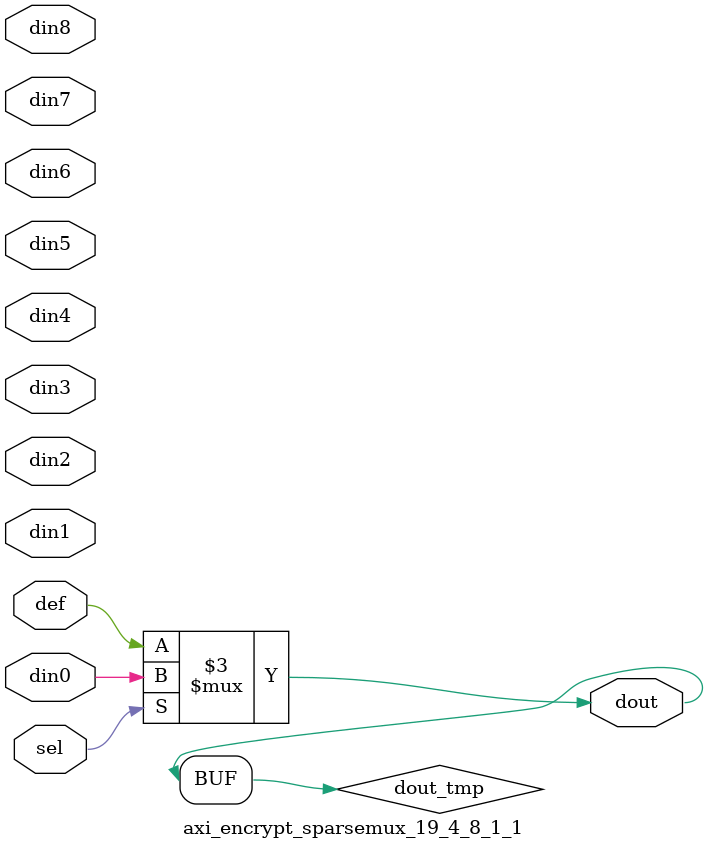
<source format=v>
`timescale 1ns / 1ps

module axi_encrypt_sparsemux_19_4_8_1_1 (din0,din1,din2,din3,din4,din5,din6,din7,din8,def,sel,dout);

parameter din0_WIDTH = 1;

parameter din1_WIDTH = 1;

parameter din2_WIDTH = 1;

parameter din3_WIDTH = 1;

parameter din4_WIDTH = 1;

parameter din5_WIDTH = 1;

parameter din6_WIDTH = 1;

parameter din7_WIDTH = 1;

parameter din8_WIDTH = 1;

parameter def_WIDTH = 1;
parameter sel_WIDTH = 1;
parameter dout_WIDTH = 1;

parameter [sel_WIDTH-1:0] CASE0 = 1;

parameter [sel_WIDTH-1:0] CASE1 = 1;

parameter [sel_WIDTH-1:0] CASE2 = 1;

parameter [sel_WIDTH-1:0] CASE3 = 1;

parameter [sel_WIDTH-1:0] CASE4 = 1;

parameter [sel_WIDTH-1:0] CASE5 = 1;

parameter [sel_WIDTH-1:0] CASE6 = 1;

parameter [sel_WIDTH-1:0] CASE7 = 1;

parameter [sel_WIDTH-1:0] CASE8 = 1;

parameter ID = 1;
parameter NUM_STAGE = 1;



input [din0_WIDTH-1:0] din0;

input [din1_WIDTH-1:0] din1;

input [din2_WIDTH-1:0] din2;

input [din3_WIDTH-1:0] din3;

input [din4_WIDTH-1:0] din4;

input [din5_WIDTH-1:0] din5;

input [din6_WIDTH-1:0] din6;

input [din7_WIDTH-1:0] din7;

input [din8_WIDTH-1:0] din8;

input [def_WIDTH-1:0] def;
input [sel_WIDTH-1:0] sel;

output [dout_WIDTH-1:0] dout;



reg [dout_WIDTH-1:0] dout_tmp;

always @ (*) begin
case (sel)
    
    CASE0 : dout_tmp = din0;
    
    CASE1 : dout_tmp = din1;
    
    CASE2 : dout_tmp = din2;
    
    CASE3 : dout_tmp = din3;
    
    CASE4 : dout_tmp = din4;
    
    CASE5 : dout_tmp = din5;
    
    CASE6 : dout_tmp = din6;
    
    CASE7 : dout_tmp = din7;
    
    CASE8 : dout_tmp = din8;
    
    default : dout_tmp = def;
endcase
end


assign dout = dout_tmp;



endmodule

</source>
